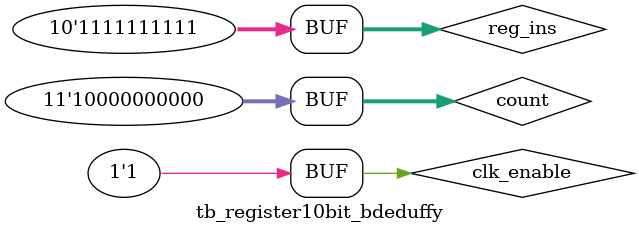
<source format=v>

`timescale 1ns/100ps
module tb_register10bit_bdeduffy();
   reg        clk_enable;	
   reg  [9:0] reg_ins;
   wire  [9:0]     reg_outs;
   reg  [10:0] count;
   wire       clk_out;

   //input  [3:0] hex_digit;
   //output [6:0] hex_display;

   parameter PERIOD = 200;	// Delay from clear to valid output.

   clk #(100) clk1(clk_enable, clk_out);


   register10bit_bdeduffy dut(clk_out, reg_ins, reg_outs);


 
   initial begin
     clk_enable = 1;
      reg_ins = 10'b0000000000;
      for(count = 0; count < 1024; count = count + 1) begin
         reg_ins = count[9:0];
         #200;
      end
   end

endmodule

</source>
